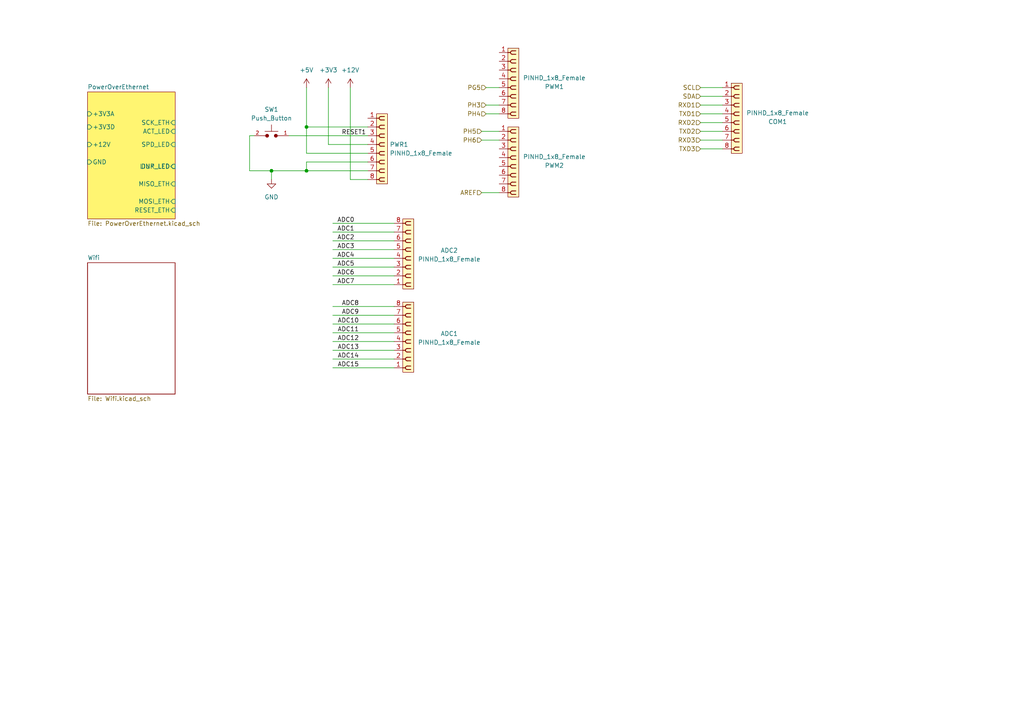
<source format=kicad_sch>
(kicad_sch (version 20250114) (generator "eeschema") (generator_version "9.0")
  (paper "A4")
  (lib_symbols
    (symbol "PCM_4ms_Power-symbol:+12V" (power) (pin_names (offset 0))
      (property "Value" "+12V" (at 0 3.556 0))
      (symbol "+12V_0_1"
        (polyline (pts (xy -0.762 1.27) (xy 0 2.54)))
        (polyline (pts (xy 0 2.54) (xy 0.762 1.27)))
        (polyline (pts (xy 0 0) (xy 0 2.54)))
      )
      (symbol "+12V_1_1"
        (pin power_in line (at 0 0 90) (length 0) (hide yes) (name "+12V") (number "1"))
      )
    )
    (symbol "PCM_SL_Devices:Push_Button"
      (property "Reference" "SW" (at 0 6.35 0))
      (property "Value" "Push_Button" (at 0 4.445 0))
      (symbol "Push_Button_0_1"
        (polyline (pts (xy -3.175 0) (xy -1.778 0)))
        (polyline (pts (xy -1.905 1.27) (xy 1.905 1.27)))
        (circle (center -1.27 0) (radius 0.4579) (fill (type outline)))
        (polyline (pts (xy 0 1.27) (xy 0 3.175)))
        (circle (center 1.27 0) (radius 0.4579) (fill (type outline)))
        (polyline (pts (xy 1.778 0) (xy 3.175 0)))
      )
      (symbol "Push_Button_1_1"
        (pin passive line (at -5.08 0 0) (length 2) (name "") (number "1"))
        (pin passive line (at 5.08 0 180) (length 2) (name "") (number "2"))
      )
    )
    (symbol "PCM_SL_Pin_Headers:PINHD_1x8_Female"
      (property "Reference" "J" (at 0 15.24 0))
      (property "Value" "PINHD_1x8_Female" (at 0 12.7 0))
      (symbol "PINHD_1x8_Female_0_1"
        (rectangle (start -1.27 10.16) (end 1.905 -10.16) (fill (type background)))
        (polyline (pts (xy -1.27 8.89) (xy -0.508 8.89)) (stroke (width 0.25)))
        (polyline (pts (xy -1.27 6.35) (xy -0.508 6.35)) (stroke (width 0.25)))
        (polyline (pts (xy -1.27 3.81) (xy -0.508 3.81)) (stroke (width 0.25)))
        (polyline (pts (xy -1.27 1.27) (xy -0.508 1.27)) (stroke (width 0.25)))
        (polyline (pts (xy -1.27 -1.27) (xy -0.508 -1.27)) (stroke (width 0.25)))
        (polyline (pts (xy -1.27 -3.81) (xy -0.508 -3.81)) (stroke (width 0.25)))
        (polyline (pts (xy -1.27 -6.35) (xy -0.508 -6.35)) (stroke (width 0.25)))
        (polyline (pts (xy -1.27 -8.89) (xy -0.508 -8.89)) (stroke (width 0.25)))
        (polyline (pts (xy 0 9.398) (xy 1.016 9.398)) (stroke (width 0.25)))
        (arc (start -0.508 8.89) (mid -0.3592 9.2492) (end 0 9.398) (stroke (width 0.25)))
        (arc (start 0 8.382) (mid -0.3592 8.5308) (end -0.508 8.89) (stroke (width 0.25)))
        (polyline (pts (xy 0 8.382) (xy 1.016 8.382)) (stroke (width 0.25)))
        (polyline (pts (xy 0 6.858) (xy 1.016 6.858)) (stroke (width 0.25)))
        (arc (start -0.508 6.35) (mid -0.3592 6.7092) (end 0 6.858) (stroke (width 0.25)))
        (arc (start 0 5.842) (mid -0.3592 5.9908) (end -0.508 6.35) (stroke (width 0.25)))
        (polyline (pts (xy 0 5.842) (xy 1.016 5.842)) (stroke (width 0.25)))
        (polyline (pts (xy 0 4.318) (xy 1.016 4.318)) (stroke (width 0.25)))
        (arc (start -0.508 3.81) (mid -0.3592 4.1692) (end 0 4.318) (stroke (width 0.25)))
        (arc (start 0 3.302) (mid -0.3592 3.4508) (end -0.508 3.81) (stroke (width 0.25)))
        (polyline (pts (xy 0 3.302) (xy 1.016 3.302)) (stroke (width 0.25)))
        (polyline (pts (xy 0 1.778) (xy 1.016 1.778)) (stroke (width 0.25)))
        (arc (start -0.508 1.27) (mid -0.3592 1.6292) (end 0 1.778) (stroke (width 0.25)))
        (arc (start 0 0.762) (mid -0.3592 0.9108) (end -0.508 1.27) (stroke (width 0.25)))
        (polyline (pts (xy 0 0.762) (xy 1.016 0.762)) (stroke (width 0.25)))
        (polyline (pts (xy 0 -0.762) (xy 1.016 -0.762)) (stroke (width 0.25)))
        (arc (start -0.508 -1.27) (mid -0.3592 -0.9108) (end 0 -0.762) (stroke (width 0.25)))
        (arc (start 0 -1.778) (mid -0.3592 -1.6292) (end -0.508 -1.27) (stroke (width 0.25)))
        (polyline (pts (xy 0 -1.778) (xy 1.016 -1.778)) (stroke (width 0.25)))
        (polyline (pts (xy 0 -3.302) (xy 1.016 -3.302)) (stroke (width 0.25)))
        (arc (start -0.508 -3.81) (mid -0.3592 -3.4508) (end 0 -3.302) (stroke (width 0.25)))
        (arc (start 0 -4.318) (mid -0.3592 -4.1692) (end -0.508 -3.81) (stroke (width 0.25)))
        (polyline (pts (xy 0 -4.318) (xy 1.016 -4.318)) (stroke (width 0.25)))
        (polyline (pts (xy 0 -5.842) (xy 1.016 -5.842)) (stroke (width 0.25)))
        (arc (start -0.508 -6.35) (mid -0.3592 -5.9908) (end 0 -5.842) (stroke (width 0.25)))
        (arc (start 0 -6.858) (mid -0.3592 -6.7092) (end -0.508 -6.35) (stroke (width 0.25)))
        (polyline (pts (xy 0 -6.858) (xy 1.016 -6.858)) (stroke (width 0.25)))
        (polyline (pts (xy 0 -8.382) (xy 1.016 -8.382)) (stroke (width 0.25)))
        (arc (start -0.508 -8.89) (mid -0.3592 -8.5308) (end 0 -8.382) (stroke (width 0.25)))
        (arc (start 0 -9.398) (mid -0.3592 -9.2492) (end -0.508 -8.89) (stroke (width 0.25)))
        (polyline (pts (xy 0 -9.398) (xy 1.016 -9.398)) (stroke (width 0.25)))
      )
      (symbol "PINHD_1x8_Female_1_1"
        (pin passive line (at -3.81 8.89 0) (length 2.54) (name "") (number "1"))
        (pin passive line (at -3.81 6.35 0) (length 2.54) (name "") (number "2"))
        (pin passive line (at -3.81 3.81 0) (length 2.54) (name "") (number "3"))
        (pin passive line (at -3.81 1.27 0) (length 2.54) (name "") (number "4"))
        (pin passive line (at -3.81 -1.27 0) (length 2.54) (name "") (number "5"))
        (pin passive line (at -3.81 -3.81 0) (length 2.54) (name "") (number "6"))
        (pin passive line (at -3.81 -6.35 0) (length 2.54) (name "") (number "7"))
        (pin passive line (at -3.81 -8.89 0) (length 2.54) (name "") (number "8"))
      )
    )
    (symbol "power:+3V3" (power) (pin_names (offset 0))
      (property "Value" "+3V3" (at 0 3.556 0))
      (symbol "+3V3_0_1"
        (polyline (pts (xy -0.762 1.27) (xy 0 2.54)))
        (polyline (pts (xy 0 2.54) (xy 0.762 1.27)))
        (polyline (pts (xy 0 0) (xy 0 2.54)))
      )
      (symbol "+3V3_1_1"
        (pin power_in line (at 0 0 90) (length 0) (hide yes) (name "+3V3") (number "1"))
      )
    )
    (symbol "power:+5V" (power) (pin_names (offset 0))
      (property "Value" "+5V" (at 0 3.556 0))
      (symbol "+5V_0_1"
        (polyline (pts (xy -0.762 1.27) (xy 0 2.54)))
        (polyline (pts (xy 0 2.54) (xy 0.762 1.27)))
        (polyline (pts (xy 0 0) (xy 0 2.54)))
      )
      (symbol "+5V_1_1"
        (pin power_in line (at 0 0 90) (length 0) (hide yes) (name "+5V") (number "1"))
      )
    )
    (symbol "power:GND" (power) (pin_names (offset 0))
      (property "Value" "GND" (at 0 -3.81 0))
      (symbol "GND_0_1"
        (polyline (pts (xy 0 0) (xy 0 -1.27) (xy 1.27 -1.27) (xy 0 -2.54) (xy -1.27 -1.27) (xy 0 -1.27)))
      )
      (symbol "GND_1_1"
        (pin power_in line (at 0 0 270) (length 0) (hide yes) (name "GND") (number "1"))
      )
    )
  )
  (junction (at 88.9 49.53))
  (junction (at 88.9 36.83))
  (junction (at 78.74 49.53))
  (wire (pts (xy 114.3 91.44) (xy 96.52 91.44)))
  (wire (pts (xy 139.7 38.1) (xy 144.78 38.1)))
  (wire (pts (xy 88.9 46.99) (xy 88.9 49.53)))
  (wire (pts (xy 95.25 41.91) (xy 106.68 41.91)))
  (wire (pts (xy 88.9 25.4) (xy 88.9 36.83)))
  (wire (pts (xy 114.3 67.31) (xy 96.52 67.31)))
  (wire (pts (xy 139.7 40.64) (xy 144.78 40.64)))
  (wire (pts (xy 114.3 64.77) (xy 96.52 64.77)))
  (wire (pts (xy 139.7 55.88) (xy 144.78 55.88)))
  (wire (pts (xy 114.3 99.06) (xy 96.52 99.06)))
  (wire (pts (xy 203.2 27.94) (xy 209.55 27.94)))
  (wire (pts (xy 114.3 82.55) (xy 96.52 82.55)))
  (wire (pts (xy 209.55 35.56) (xy 203.2 35.56)))
  (wire (pts (xy 95.25 25.4) (xy 95.25 41.91)))
  (wire (pts (xy 106.68 46.99) (xy 88.9 46.99)))
  (wire (pts (xy 78.74 49.53) (xy 78.74 52.07)))
  (wire (pts (xy 114.3 88.9) (xy 96.52 88.9)))
  (wire (pts (xy 72.39 39.37) (xy 73.66 39.37)))
  (wire (pts (xy 203.2 25.4) (xy 209.55 25.4)))
  (wire (pts (xy 83.82 39.37) (xy 106.68 39.37)))
  (wire (pts (xy 114.3 74.93) (xy 96.52 74.93)))
  (wire (pts (xy 72.39 39.37) (xy 72.39 49.53)))
  (wire (pts (xy 140.97 25.4) (xy 144.78 25.4)))
  (wire (pts (xy 101.6 52.07) (xy 106.68 52.07)))
  (wire (pts (xy 101.6 25.4) (xy 101.6 52.07)))
  (wire (pts (xy 114.3 77.47) (xy 96.52 77.47)))
  (wire (pts (xy 140.97 33.02) (xy 144.78 33.02)))
  (wire (pts (xy 72.39 49.53) (xy 78.74 49.53)))
  (wire (pts (xy 209.55 30.48) (xy 203.2 30.48)))
  (wire (pts (xy 209.55 40.64) (xy 203.2 40.64)))
  (wire (pts (xy 209.55 33.02) (xy 203.2 33.02)))
  (wire (pts (xy 209.55 38.1) (xy 203.2 38.1)))
  (wire (pts (xy 209.55 43.18) (xy 203.2 43.18)))
  (wire (pts (xy 88.9 49.53) (xy 106.68 49.53)))
  (wire (pts (xy 114.3 72.39) (xy 96.52 72.39)))
  (wire (pts (xy 114.3 69.85) (xy 96.52 69.85)))
  (wire (pts (xy 106.68 36.83) (xy 88.9 36.83)))
  (wire (pts (xy 114.3 93.98) (xy 96.52 93.98)))
  (wire (pts (xy 88.9 44.45) (xy 106.68 44.45)))
  (wire (pts (xy 114.3 96.52) (xy 96.52 96.52)))
  (wire (pts (xy 78.74 49.53) (xy 88.9 49.53)))
  (wire (pts (xy 114.3 101.6) (xy 96.52 101.6)))
  (wire (pts (xy 88.9 36.83) (xy 88.9 44.45)))
  (wire (pts (xy 114.3 104.14) (xy 96.52 104.14)))
  (wire (pts (xy 114.3 80.01) (xy 96.52 80.01)))
  (wire (pts (xy 114.3 106.68) (xy 96.52 106.68)))
  (wire (pts (xy 140.97 30.48) (xy 144.78 30.48)))
  (label "ADC15" (at 104.14 106.68 180))
  (label "ADC11" (at 104.14 96.52 180))
  (label "ADC3" (at 97.79 72.39 0))
  (label "ADC1" (at 97.79 67.31 0))
  (label "ADC7" (at 97.79 82.55 0))
  (label "ADC5" (at 97.79 77.47 0))
  (label "ADC12" (at 104.14 99.06 180))
  (label "RESET1" (at 99.06 39.37 0))
  (label "ADC6" (at 97.79 80.01 0))
  (label "ADC14" (at 104.14 104.14 180))
  (label "ADC13" (at 104.14 101.6 180))
  (label "ADC4" (at 97.79 74.93 0))
  (label "ADC0" (at 97.79 64.77 0))
  (label "ADC9" (at 104.14 91.44 180))
  (label "ADC10" (at 104.14 93.98 180))
  (label "ADC2" (at 97.79 69.85 0))
  (label "ADC8" (at 104.14 88.9 180))
  (hierarchical_label "PH6" (shape input) (at 139.7 40.64 180))
  (hierarchical_label "PH5" (shape input) (at 139.7 38.1 180))
  (hierarchical_label "PH4" (shape input) (at 140.97 33.02 180))
  (hierarchical_label "SDA" (shape input) (at 203.2 27.94 180))
  (hierarchical_label "TXD1" (shape input) (at 203.2 33.02 180))
  (hierarchical_label "AREF" (shape input) (at 139.7 55.88 180))
  (hierarchical_label "SCL" (shape input) (at 203.2 25.4 180))
  (hierarchical_label "TXD3" (shape input) (at 203.2 43.18 180))
  (hierarchical_label "TXD2" (shape input) (at 203.2 38.1 180))
  (hierarchical_label "PH3" (shape input) (at 140.97 30.48 180))
  (hierarchical_label "PG5" (shape input) (at 140.97 25.4 180))
  (hierarchical_label "RXD2" (shape input) (at 203.2 35.56 180))
  (hierarchical_label "RXD3" (shape input) (at 203.2 40.64 180))
  (hierarchical_label "RXD1" (shape input) (at 203.2 30.48 180))
  (symbol (lib_id "power:+3V3") (at 88.9 25.4 0) (unit 1)
    (property "Reference" "#PWR031" (effects (hide yes)))
    (property "Value" "+5V" (at 88.9 20.32 0))
  )
  (symbol (lib_id "PCM_SL_Pin_Headers:PINHD_1x8_Female") (at 213.36 34.29 0) (unit 1)
    (property "Reference" "COM1" (at 225.552 35.306 0))
    (property "Value" "PINHD_1x8_Female" (at 225.552 32.766 0))
    (property "Footprint" "Connector_PinSocket_2.54mm:PinSocket_1x08_P2.54mm_Vertical" (effects (hide yes)))
    (property "Description" "Pin Header female with pin space 2.54mm. Pin Count -8" (effects (hide yes)))
  )
  (symbol (lib_id "PCM_SL_Pin_Headers:PINHD_1x8_Female") (at 118.11 73.66 0) (mirror x) (unit 1)
    (property "Reference" "ADC2" (at 130.302 72.644 0))
    (property "Value" "PINHD_1x8_Female" (at 130.302 75.184 0))
    (property "Footprint" "Connector_PinSocket_2.54mm:PinSocket_1x08_P2.54mm_Vertical" (effects (hide yes)))
    (property "Description" "Pin Header female with pin space 2.54mm. Pin Count -8" (effects (hide yes)))
  )
  (symbol (lib_id "power:+5V") (at 95.25 25.4 0) (unit 1)
    (property "Reference" "#PWR030" (effects (hide yes)))
    (property "Value" "+3V3" (at 95.25 20.32 0))
  )
  (symbol (lib_id "PCM_SL_Pin_Headers:PINHD_1x8_Female") (at 148.59 46.99 0) (unit 1)
    (property "Reference" "PWM2" (at 160.782 48.006 0))
    (property "Value" "PINHD_1x8_Female" (at 160.782 45.466 0))
    (property "Footprint" "Connector_PinSocket_2.54mm:PinSocket_1x08_P2.54mm_Vertical" (effects (hide yes)))
    (property "Description" "Pin Header female with pin space 2.54mm. Pin Count -8" (effects (hide yes)))
  )
  (symbol (lib_id "PCM_4ms_Power-symbol:+12V") (at 101.6 25.4 0) (unit 1)
    (property "Reference" "#PWR01" (effects (hide yes)))
    (property "Value" "+12V" (at 101.6 20.32 0))
  )
  (symbol (lib_id "PCM_SL_Devices:Push_Button") (at 78.74 39.37 0) (mirror y) (unit 1)
    (property "Reference" "SW1" (at 78.74 31.75 0))
    (property "Value" "Push_Button" (at 78.74 34.29 0))
    (property "Footprint" "Button_Switch_THT:SW_PUSH_6mm" (effects (hide yes)))
  )
  (symbol (lib_id "PCM_SL_Pin_Headers:PINHD_1x8_Female") (at 118.11 97.79 0) (mirror x) (unit 1)
    (property "Reference" "ADC1" (at 130.302 96.774 0))
    (property "Value" "PINHD_1x8_Female" (at 130.302 99.314 0))
    (property "Footprint" "Connector_PinSocket_2.54mm:PinSocket_1x08_P2.54mm_Vertical" (effects (hide yes)))
    (property "Description" "Pin Header female with pin space 2.54mm. Pin Count -8" (effects (hide yes)))
  )
  (symbol (lib_id "power:GND") (at 78.74 52.07 0) (unit 1)
    (property "Reference" "#PWR033" (effects (hide yes)))
    (property "Value" "GND" (at 78.74 57.15 0))
  )
  (symbol (lib_id "PCM_SL_Pin_Headers:PINHD_1x8_Female") (at 110.49 43.18 0) (unit 1)
    (property "Reference" "PWR1" (at 113.03 41.9099 0) (effects (justify left)))
    (property "Value" "PINHD_1x8_Female" (at 113.03 44.4499 0) (effects (justify left)))
    (property "Footprint" "Connector_PinSocket_2.54mm:PinSocket_1x08_P2.54mm_Vertical" (effects (hide yes)))
    (property "Description" "Pin Header female with pin space 2.54mm. Pin Count -8" (effects (hide yes)))
  )
  (symbol (lib_id "PCM_SL_Pin_Headers:PINHD_1x8_Female") (at 148.59 24.13 0) (unit 1)
    (property "Reference" "PWM1" (at 160.782 25.146 0))
    (property "Value" "PINHD_1x8_Female" (at 160.782 22.606 0))
    (property "Footprint" "Connector_PinSocket_2.54mm:PinSocket_1x08_P2.54mm_Vertical" (effects (hide yes)))
    (property "Description" "Pin Header female with pin space 2.54mm. Pin Count -8" (effects (hide yes)))
  )
  (sheet (at 25.4 76.2) (size 25.4 38.1) (stroke (width 0.1524))
    (property "Sheetname" "Wifi" (at 25.4 75.4884 0) (effects (justify left bottom)))
    (property "Sheetfile" "Wifi.kicad_sch" (at 25.4 114.8846 0) (effects (justify left top)))
  )
  (sheet (at 25.4 26.67) (size 25.4 36.83) (stroke (width 0.1524)) (fill (color 255 245 113 1.0000))
    (property "Sheetname" "PowerOverEthernet" (at 25.4 25.9584 0) (effects (justify left bottom)))
    (property "Sheetfile" "PowerOverEthernet.kicad_sch" (at 25.4 64.0846 0) (effects (justify left top)))
    (pin "ACT_LED" input (at 50.8 38.1 0))
    (pin "DUP_LED" input (at 50.8 48.26 0))
    (pin "LINK_LED" input (at 50.8 48.26 0))
    (pin "MISO_ETH" input (at 50.8 53.34 0))
    (pin "MOSI_ETH" input (at 50.8 58.42 0))
    (pin "RESET_ETH" input (at 50.8 60.96 0))
    (pin "SCK_ETH" input (at 50.8 35.56 0))
    (pin "SPD_LED" input (at 50.8 41.91 0))
    (pin "+3V3A" input (at 25.4 33.02 180))
    (pin "+3V3D" input (at 25.4 36.83 180))
    (pin "+12V" input (at 25.4 41.91 180))
    (pin "GND" input (at 25.4 46.99 180))
  )
)
</source>
